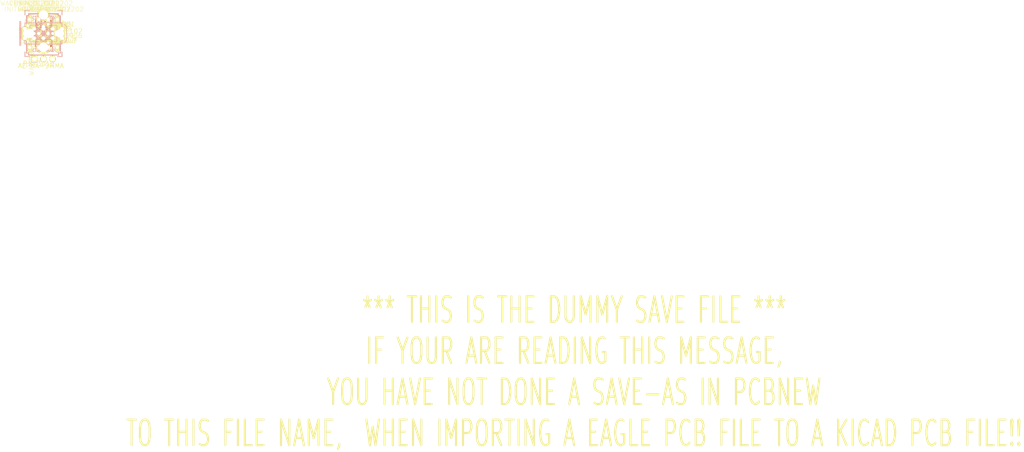
<source format=kicad_pcb>
(kicad_pcb (version 4) (host pcbnew 4.0.4-stable)
  (layers (0 F.Cu signal) (31 B.Cu signal) (34 B.Paste user) (35 F.Paste user) (36 B.SilkS user) (37 F.SilkS user) (38 B.Mask user) (39 F.Mask user) (44 Edge.Cuts user))
  (net 0 "")
  (net 1 +15V)
  (net 2 /N$51)
  (net 3 -15V)
  (net 4 /N$52)
  (net 5 /N$6)
  (net 6 /N$47)
  (net 7 /N$12)
  (net 8 /N$11)
  (net 9 /N$14)
  (net 10 /N$23)
  (net 11 /N$43)
  (net 12 /N$34)
  (net 13 GND)
  (net 14 /N$18)
  (net 15 /N$29)
  (net 16 /N$20)
  (net 17 /N$28)
  (net 18 "Net-(CONTROL_IN202-PadP$4)")
  (net 19 /N$46)
  (net 20 /N$54)
  (net 21 /N$27)
  (net 22 "Net-(FM_IN202-PadP$4)")
  (net 23 /N$24)
  (net 24 "Net-(IC2-Pad1)")
  (net 25 "Net-(IC2-Pad5)")
  (net 26 "Net-(IC2-Pad8)")
  (net 27 "Net-(IC3-Pad1)")
  (net 28 /N$13)
  (net 29 "Net-(IC3-Pad5)")
  (net 30 "Net-(IC3-Pad8)")
  (net 31 /N$19)
  (net 32 /N$21)
  (net 33 /N$22)
  (net 34 /N$17)
  (net 35 /N$31)
  (net 36 /N$32)
  (net 37 /N$33)
  (net 38 /N$36)
  (net 39 /N$9)
  (net 40 /N$7)
  (net 41 /N$25)
  (net 42 /N$26)
  (net 43 /N$5)
  (net 44 /N$49)
  (net 45 /N$42)
  (net 46 "Net-(MAIN_OUT202-PadP$4)")
  (net 47 /N$1)
  (net 48 /N$4)
  (net 49 /N$2)
  (net 50 /N$3)
  (net 51 /N$35)
  (net 52 /N$37)
  (net 53 /N$10)
  (net 54 /N$16)
  (net 55 /N$30)
  (net 56 /N$40)
  (net 57 /N$39)
  (net 58 /N$41)
  (net 59 /N$44)
  (net 60 /N$38)
  (net 61 /N$15)
  (net 62 "Net-(V/OCT202-PadP$4)")
  (net 63 "Net-(WAVESHAPE_CTRL202-PadP$4)")
  (module RESISTOR_R0805 (layer F.Cu) (at 0 0)
    (fp_text reference 0.5W202 (at 2.54 -1.905) (layer F.SilkS) (effects (font (size 1.27 1.27) (thickness 0.1016))))
    (fp_text value 33K (at 3.175 1.905) (layer F.SilkS) (effects (font (size 1.27 1.27) (thickness 0.1016))))
    (pad 1 smd rect (at -0.94996 0) (size 1.29794 1.4986) (layers F.Cu F.Paste F.Mask) (net 1 +15V))
    (pad 2 smd rect (at 0.94742 0) (size 1.29794 1.4986) (layers F.Cu F.Paste F.Mask) (net 2 /N$51))
  )
  (module RESISTOR_R0805 (layer F.Cu) (at 0 0)
    (fp_text reference 10R202 (at 2.54 -1.905) (layer F.SilkS) (effects (font (size 1.27 1.27) (thickness 0.1016))))
    (fp_text value 0.5W (at 3.175 1.905) (layer F.SilkS) (effects (font (size 1.27 1.27) (thickness 0.1016))))
    (pad 1 smd rect (at -0.94996 0) (size 1.29794 1.4986) (layers F.Cu F.Paste F.Mask) (net 3 -15V))
    (pad 2 smd rect (at 0.94742 0) (size 1.29794 1.4986) (layers F.Cu F.Paste F.Mask) (net 4 /N$52))
  )
  (module CAPACITOR-WIMA_C5B4.5 (layer F.Cu) (at 0 0)
    (fp_text reference C2 (at 0.635 -3.175) (layer F.SilkS) (effects (font (size 1.27 1.27) (thickness 0.127))))
    (fp_text value .0047uF (at 1.27 3.175) (layer F.SilkS) (effects (font (size 1.27 1.27) (thickness 0.127))))
    (pad 1 thru_hole circle (at -2.54 0) (size 1.6002 3.2004) (drill 0.8128) (layers *.Cu F.Paste F.SilkS F.Mask) (net 5 /N$6))
    (pad 2 thru_hole circle (at 2.54 0) (size 1.6002 3.2004) (drill 0.8128) (layers *.Cu F.Paste F.SilkS F.Mask) (net 6 /N$47))
  )
  (module CAPACITOR-WIMA_C2.5-3 (layer F.Cu) (at 0 0)
    (fp_text reference C3 (at 1.524 -2.413) (layer F.SilkS) (effects (font (size 1.27 1.27) (thickness 0.127))))
    (fp_text value 100pF (at 2.159 2.413) (layer F.SilkS) (effects (font (size 1.27 1.27) (thickness 0.127))))
    (pad 1 thru_hole circle (at -1.27 0) (size 1.6002 3.2004) (drill 0.8128) (layers *.Cu F.Paste F.SilkS F.Mask) (net 7 /N$12))
    (pad 2 thru_hole circle (at 1.27 0) (size 1.6002 3.2004) (drill 0.8128) (layers *.Cu F.Paste F.SilkS F.Mask) (net 8 /N$11))
  )
  (module RESISTOR_E2_5-6E (layer F.Cu) (at 0 0)
    (fp_text reference C4 (at 5.842 -2.159) (layer F.SilkS) (effects (font (size 1.27 1.27) (thickness 0.127))))
    (fp_text value 15uF (at 6.477 1.905) (layer F.SilkS) (effects (font (size 1.27 1.27) (thickness 0.127))))
    (pad + thru_hole circle (at -1.27 0) (size 1.5748 1.5748) (drill 0.8128) (layers *.Cu F.Paste F.SilkS F.Mask) (net 9 /N$14))
    (pad - thru_hole circle (at 1.27 0) (size 1.5748 3.1496) (drill 0.8128) (layers *.Cu F.Paste F.SilkS F.Mask) (net 10 /N$23))
  )
  (module CAPACITOR-WIMA_C2.5-3 (layer F.Cu) (at 0 0)
    (fp_text reference C5 (at 1.524 -2.413) (layer F.SilkS) (effects (font (size 1.27 1.27) (thickness 0.127))))
    (fp_text value 220pf (at 2.159 2.413) (layer F.SilkS) (effects (font (size 1.27 1.27) (thickness 0.127))))
    (pad 1 thru_hole circle (at -1.27 0) (size 1.6002 3.2004) (drill 0.8128) (layers *.Cu F.Paste F.SilkS F.Mask) (net 11 /N$43))
    (pad 2 thru_hole circle (at 1.27 0) (size 1.6002 3.2004) (drill 0.8128) (layers *.Cu F.Paste F.SilkS F.Mask) (net 12 /N$34))
  )
  (module RESISTOR_E2_5-6E (layer F.Cu) (at 0 0)
    (fp_text reference C6 (at 5.842 -2.159) (layer F.SilkS) (effects (font (size 1.27 1.27) (thickness 0.127))))
    (fp_text value 100uF (at 6.477 1.905) (layer F.SilkS) (effects (font (size 1.27 1.27) (thickness 0.127))))
    (pad + thru_hole circle (at -1.27 0) (size 1.5748 1.5748) (drill 0.8128) (layers *.Cu F.Paste F.SilkS F.Mask) (net 2 /N$51))
    (pad - thru_hole circle (at 1.27 0) (size 1.5748 3.1496) (drill 0.8128) (layers *.Cu F.Paste F.SilkS F.Mask) (net 13 GND))
  )
  (module RESISTOR_E2_5-6E (layer F.Cu) (at 0 0)
    (fp_text reference C7 (at 5.842 -2.159) (layer F.SilkS) (effects (font (size 1.27 1.27) (thickness 0.127))))
    (fp_text value 100uF (at 6.477 1.905) (layer F.SilkS) (effects (font (size 1.27 1.27) (thickness 0.127))))
    (pad + thru_hole circle (at -1.27 0) (size 1.5748 1.5748) (drill 0.8128) (layers *.Cu F.Paste F.SilkS F.Mask) (net 13 GND))
    (pad - thru_hole circle (at 1.27 0) (size 1.5748 3.1496) (drill 0.8128) (layers *.Cu F.Paste F.SilkS F.Mask) (net 4 /N$52))
  )
  (module TOMW_EVUF (layer F.Cu) (at 0 0)
    (fp_text reference CONTROL202 (at 0.17272 -6.63448) (layer F.SilkS) (effects (font (size 1.27 1.27) (thickness 0.1016))))
    (fp_text value ALPHA-9MMA (at -0.68834 8.8646) (layer F.SilkS) (effects (font (size 1.27 1.27) (thickness 0.1016))))
    (pad 1 thru_hole rect (at -2.49936 6.9977) (size 1.6764 1.6764) (drill 1.09982) (layers *.Cu F.Paste F.SilkS F.Mask) (net 14 /N$18))
    (pad 2 thru_hole circle (at 0 6.9977) (size 1.6764 3.3528) (drill 1.09982) (layers *.Cu F.Paste F.SilkS F.Mask) (net 15 /N$29))
    (pad 3 thru_hole circle (at 2.49936 6.9977) (size 1.6764 3.3528) (drill 1.09982) (layers *.Cu F.Paste F.SilkS F.Mask) (net 16 /N$20))
    (pad M1 thru_hole rect (at 4.49834 0) (size 2.79908 2.79908) (drill 2.09804) (layers *.Cu F.Paste F.SilkS F.Mask))
    (pad M2 thru_hole rect (at -4.49834 0) (size 2.79908 2.79908) (drill 2.09804) (layers *.Cu F.Paste F.SilkS F.Mask))
  )
  (module TOMW_PJ-301B (layer F.Cu) (at 0 0)
    (fp_text reference CONTROL_IN202 (at -1.905 -8.255) (layer F.SilkS) (effects (font (size 1.27 1.27) (thickness 0.1016))))
    (fp_text value PJ-301B (at -1.27 8.255) (layer F.SilkS) (effects (font (size 1.27 1.27) (thickness 0.1016))))
    (pad P$1 thru_hole rect (at 3.81 0) (size 2.2479 2.2479) (drill 1.4986) (layers *.Cu F.Paste F.SilkS F.Mask) (net 13 GND))
    (pad P$2 thru_hole circle (at -3.81 0) (size 3.51536 3.51536) (drill 2.49936) (layers *.Cu F.Paste F.SilkS F.Mask) (net 13 GND))
    (pad P$3 thru_hole circle (at 0 -5.08) (size 3.51536 3.51536) (drill 2.49936) (layers *.Cu F.Paste F.SilkS F.Mask) (net 17 /N$28))
    (pad P$4 thru_hole circle (at 0 3.81) (size 3.51536 3.51536) (drill 2.49936) (layers *.Cu F.Paste F.SilkS F.Mask) (net 18 "Net-(CONTROL_IN202-PadP$4)"))
  )
  (module DIODE_DO35-7 (layer F.Cu) (at 0 0)
    (fp_text reference D1 (at 0.889 -1.905) (layer F.SilkS) (effects (font (size 1.27 1.27) (thickness 0.127))))
    (fp_text value 1N4148DO35-7 (at 1.524 2.032) (layer F.SilkS) (effects (font (size 1.27 1.27) (thickness 0.127))))
    (pad A thru_hole oval (at 3.81 0 90) (size 1.3208 2.6416) (drill 0.8128) (layers *.Cu F.Paste F.SilkS F.Mask) (net 19 /N$46))
    (pad C thru_hole oval (at -3.81 0 90) (size 1.3208 2.6416) (drill 0.8128) (layers *.Cu F.Paste F.SilkS F.Mask) (net 6 /N$47))
  )
  (module DIODE_DO35-7 (layer F.Cu) (at 0 0)
    (fp_text reference D2 (at 0.889 -1.905) (layer F.SilkS) (effects (font (size 1.27 1.27) (thickness 0.127))))
    (fp_text value 1N4148DO35-7 (at 1.524 2.032) (layer F.SilkS) (effects (font (size 1.27 1.27) (thickness 0.127))))
    (pad A thru_hole oval (at 3.81 0 90) (size 1.3208 2.6416) (drill 0.8128) (layers *.Cu F.Paste F.SilkS F.Mask) (net 19 /N$46))
    (pad C thru_hole oval (at -3.81 0 90) (size 1.3208 2.6416) (drill 0.8128) (layers *.Cu F.Paste F.SilkS F.Mask) (net 13 GND))
  )
  (module TOMW_EVUF (layer F.Cu) (at 0 0)
    (fp_text reference FINE202 (at 0.17272 -6.63448) (layer F.SilkS) (effects (font (size 1.27 1.27) (thickness 0.1016))))
    (fp_text value ALPHA-9MMA (at -0.68834 8.8646) (layer F.SilkS) (effects (font (size 1.27 1.27) (thickness 0.1016))))
    (pad 1 thru_hole rect (at -2.49936 6.9977) (size 1.6764 1.6764) (drill 1.09982) (layers *.Cu F.Paste F.SilkS F.Mask) (net 13 GND))
    (pad 2 thru_hole circle (at 0 6.9977) (size 1.6764 3.3528) (drill 1.09982) (layers *.Cu F.Paste F.SilkS F.Mask) (net 13 GND))
    (pad 3 thru_hole circle (at 2.49936 6.9977) (size 1.6764 3.3528) (drill 1.09982) (layers *.Cu F.Paste F.SilkS F.Mask) (net 20 /N$54))
    (pad M1 thru_hole rect (at 4.49834 0) (size 2.79908 2.79908) (drill 2.09804) (layers *.Cu F.Paste F.SilkS F.Mask))
    (pad M2 thru_hole rect (at -4.49834 0) (size 2.79908 2.79908) (drill 2.09804) (layers *.Cu F.Paste F.SilkS F.Mask))
  )
  (module TOMW_PJ-301B (layer F.Cu) (at 0 0)
    (fp_text reference FM_IN202 (at -1.905 -8.255) (layer F.SilkS) (effects (font (size 1.27 1.27) (thickness 0.1016))))
    (fp_text value PJ-301B (at -1.27 8.255) (layer F.SilkS) (effects (font (size 1.27 1.27) (thickness 0.1016))))
    (pad P$1 thru_hole rect (at 3.81 0) (size 2.2479 2.2479) (drill 1.4986) (layers *.Cu F.Paste F.SilkS F.Mask) (net 13 GND))
    (pad P$2 thru_hole circle (at -3.81 0) (size 3.51536 3.51536) (drill 2.49936) (layers *.Cu F.Paste F.SilkS F.Mask) (net 13 GND))
    (pad P$3 thru_hole circle (at 0 -5.08) (size 3.51536 3.51536) (drill 2.49936) (layers *.Cu F.Paste F.SilkS F.Mask) (net 21 /N$27))
    (pad P$4 thru_hole circle (at 0 3.81) (size 3.51536 3.51536) (drill 2.49936) (layers *.Cu F.Paste F.SilkS F.Mask) (net 22 "Net-(FM_IN202-PadP$4)"))
  )
  (module TOMW_EVUF (layer F.Cu) (at 0 0)
    (fp_text reference FM_POT202 (at 0.17272 -6.63448) (layer F.SilkS) (effects (font (size 1.27 1.27) (thickness 0.1016))))
    (fp_text value ALPHA-9MMA (at -0.68834 8.8646) (layer F.SilkS) (effects (font (size 1.27 1.27) (thickness 0.1016))))
    (pad 1 thru_hole rect (at -2.49936 6.9977) (size 1.6764 1.6764) (drill 1.09982) (layers *.Cu F.Paste F.SilkS F.Mask) (net 13 GND))
    (pad 2 thru_hole circle (at 0 6.9977) (size 1.6764 3.3528) (drill 1.09982) (layers *.Cu F.Paste F.SilkS F.Mask) (net 10 /N$23))
    (pad 3 thru_hole circle (at 2.49936 6.9977) (size 1.6764 3.3528) (drill 1.09982) (layers *.Cu F.Paste F.SilkS F.Mask) (net 21 /N$27))
    (pad M1 thru_hole rect (at 4.49834 0) (size 2.79908 2.79908) (drill 2.09804) (layers *.Cu F.Paste F.SilkS F.Mask))
    (pad M2 thru_hole rect (at -4.49834 0) (size 2.79908 2.79908) (drill 2.09804) (layers *.Cu F.Paste F.SilkS F.Mask))
  )
  (module TOMW_EVUF (layer F.Cu) (at 0 0)
    (fp_text reference FREQUENCY202 (at 0.17272 -6.63448) (layer F.SilkS) (effects (font (size 1.27 1.27) (thickness 0.1016))))
    (fp_text value ALPHA-9MMA (at -0.68834 8.8646) (layer F.SilkS) (effects (font (size 1.27 1.27) (thickness 0.1016))))
    (pad 1 thru_hole rect (at -2.49936 6.9977) (size 1.6764 1.6764) (drill 1.09982) (layers *.Cu F.Paste F.SilkS F.Mask) (net 20 /N$54))
    (pad 2 thru_hole circle (at 0 6.9977) (size 1.6764 3.3528) (drill 1.09982) (layers *.Cu F.Paste F.SilkS F.Mask) (net 23 /N$24))
    (pad 3 thru_hole circle (at 2.49936 6.9977) (size 1.6764 3.3528) (drill 1.09982) (layers *.Cu F.Paste F.SilkS F.Mask) (net 1 +15V))
    (pad M1 thru_hole rect (at 4.49834 0) (size 2.79908 2.79908) (drill 2.09804) (layers *.Cu F.Paste F.SilkS F.Mask))
    (pad M2 thru_hole rect (at -4.49834 0) (size 2.79908 2.79908) (drill 2.09804) (layers *.Cu F.Paste F.SilkS F.Mask))
  )
  (module RCL_RTRIM64W (layer F.Cu) (at 0 0)
    (fp_text reference FREQ_TRIM202 (at -3.25374 1.77292 90) (layer F.SilkS) (effects (font (size 1.27 1.27) (thickness 0.1016))))
    (fp_text value 100K (at 3.71348 1.13792 90) (layer F.SilkS) (effects (font (size 1.27 1.27) (thickness 0.1016))))
    (pad 1 thru_hole circle (at 1.27 2.54) (size 1.1176 1.1176) (drill 0.6096) (layers *.Cu F.Paste F.SilkS F.Mask) (net 3 -15V))
    (pad 2 thru_hole circle (at 1.27 0) (size 1.1176 1.1176) (drill 0.6096) (layers *.Cu F.Paste F.SilkS F.Mask) (net 14 /N$18))
    (pad 3 thru_hole circle (at 1.27 -2.54) (size 1.1176 1.1176) (drill 0.6096) (layers *.Cu F.Paste F.SilkS F.Mask) (net 1 +15V))
  )
  (module LINEAR_SO08 (layer F.Cu) (at 0 0)
    (fp_text reference IC2 (at -3.302 -1.27 90) (layer F.SilkS) (effects (font (size 1.27 1.27) (thickness 0.1016))))
    (fp_text value TL071D (at 3.302 -1.905 90) (layer F.SilkS) (effects (font (size 1.27 1.27) (thickness 0.1016))))
    (pad 1 smd rect (at -1.905 2.59842) (size 0.59944 2.19964) (layers F.Cu F.Paste F.Mask) (net 24 "Net-(IC2-Pad1)"))
    (pad 2 smd rect (at -0.635 2.59842) (size 0.59944 2.19964) (layers F.Cu F.Paste F.Mask) (net 5 /N$6))
    (pad 3 smd rect (at 0.63246 2.59842) (size 0.59944 2.19964) (layers F.Cu F.Paste F.Mask) (net 13 GND))
    (pad 4 smd rect (at 1.90246 2.59842) (size 0.59944 2.19964) (layers F.Cu F.Paste F.Mask) (net 3 -15V))
    (pad 5 smd rect (at 1.90246 -2.59842) (size 0.59944 2.19964) (layers F.Cu F.Paste F.Mask) (net 25 "Net-(IC2-Pad5)"))
    (pad 6 smd rect (at 0.63246 -2.59842) (size 0.59944 2.19964) (layers F.Cu F.Paste F.Mask) (net 6 /N$47))
    (pad 7 smd rect (at -0.635 -2.59842) (size 0.59944 2.19964) (layers F.Cu F.Paste F.Mask) (net 1 +15V))
    (pad 8 smd rect (at -1.905 -2.59842) (size 0.59944 2.19964) (layers F.Cu F.Paste F.Mask) (net 26 "Net-(IC2-Pad8)"))
  )
  (module LINEAR_DIL08 (layer F.Cu) (at 0 0)
    (fp_text reference IC3 (at -5.969 -0.254 90) (layer F.SilkS) (effects (font (size 1.27 1.27) (thickness 0.127))))
    (fp_text value CA3140N (at 0.254 0) (layer F.SilkS) (effects (font (size 1.27 1.27) (thickness 0.127))))
    (pad 1 thru_hole circle (at -3.81 3.81) (size 1.27 1.27) (drill 0.8128) (layers *.Cu F.Paste F.SilkS F.Mask) (net 27 "Net-(IC3-Pad1)"))
    (pad 2 thru_hole circle (at -1.27 3.81) (size 1.27 1.27) (drill 0.8128) (layers *.Cu F.Paste F.SilkS F.Mask) (net 7 /N$12))
    (pad 3 thru_hole circle (at 1.27 3.81) (size 1.27 1.27) (drill 0.8128) (layers *.Cu F.Paste F.SilkS F.Mask) (net 28 /N$13))
    (pad 4 thru_hole circle (at 3.81 3.81) (size 1.27 1.27) (drill 0.8128) (layers *.Cu F.Paste F.SilkS F.Mask) (net 3 -15V))
    (pad 5 thru_hole circle (at 3.81 -3.81) (size 1.27 1.27) (drill 0.8128) (layers *.Cu F.Paste F.SilkS F.Mask) (net 29 "Net-(IC3-Pad5)"))
    (pad 6 thru_hole circle (at 1.27 -3.81) (size 1.27 1.27) (drill 0.8128) (layers *.Cu F.Paste F.SilkS F.Mask) (net 8 /N$11))
    (pad 7 thru_hole circle (at -1.27 -3.81) (size 1.27 1.27) (drill 0.8128) (layers *.Cu F.Paste F.SilkS F.Mask) (net 1 +15V))
    (pad 8 thru_hole circle (at -3.81 -3.81) (size 1.27 1.27) (drill 0.8128) (layers *.Cu F.Paste F.SilkS F.Mask) (net 30 "Net-(IC3-Pad8)"))
  )
  (module LINEAR_SO08 (layer F.Cu) (at 0 0)
    (fp_text reference IC4 (at -3.302 -1.27 90) (layer F.SilkS) (effects (font (size 1.27 1.27) (thickness 0.1016))))
    (fp_text value TL072D (at 3.302 -1.905 90) (layer F.SilkS) (effects (font (size 1.27 1.27) (thickness 0.1016))))
    (pad 1 smd rect (at -1.905 2.59842) (size 0.59944 2.19964) (layers F.Cu F.Paste F.Mask) (net 31 /N$19))
    (pad 2 smd rect (at -0.635 2.59842) (size 0.59944 2.19964) (layers F.Cu F.Paste F.Mask) (net 16 /N$20))
    (pad 3 smd rect (at 0.63246 2.59842) (size 0.59944 2.19964) (layers F.Cu F.Paste F.Mask) (net 32 /N$21))
    (pad 4 smd rect (at 1.90246 2.59842) (size 0.59944 2.19964) (layers F.Cu F.Paste F.Mask))
    (pad 5 smd rect (at 1.90246 -2.59842) (size 0.59944 2.19964) (layers F.Cu F.Paste F.Mask) (net 33 /N$22))
    (pad 6 smd rect (at 0.63246 -2.59842) (size 0.59944 2.19964) (layers F.Cu F.Paste F.Mask) (net 14 /N$18))
    (pad 7 smd rect (at -0.635 -2.59842) (size 0.59944 2.19964) (layers F.Cu F.Paste F.Mask) (net 34 /N$17))
    (pad 8 smd rect (at -1.905 -2.59842) (size 0.59944 2.19964) (layers F.Cu F.Paste F.Mask))
  )
  (module LINEAR_SO08 (layer F.Cu) (at 0 0)
    (fp_text reference IC5B1 (at -3.302 -1.27 90) (layer F.SilkS) (effects (font (size 1.27 1.27) (thickness 0.1016))))
    (fp_text value TL072D (at 3.302 -1.905 90) (layer F.SilkS) (effects (font (size 1.27 1.27) (thickness 0.1016))))
    (pad 1 smd rect (at -1.905 2.59842) (size 0.59944 2.19964) (layers F.Cu F.Paste F.Mask))
    (pad 2 smd rect (at -0.635 2.59842) (size 0.59944 2.19964) (layers F.Cu F.Paste F.Mask))
    (pad 3 smd rect (at 0.63246 2.59842) (size 0.59944 2.19964) (layers F.Cu F.Paste F.Mask))
    (pad 4 smd rect (at 1.90246 2.59842) (size 0.59944 2.19964) (layers F.Cu F.Paste F.Mask))
    (pad 5 smd rect (at 1.90246 -2.59842) (size 0.59944 2.19964) (layers F.Cu F.Paste F.Mask) (net 35 /N$31))
    (pad 6 smd rect (at 0.63246 -2.59842) (size 0.59944 2.19964) (layers F.Cu F.Paste F.Mask) (net 36 /N$32))
    (pad 7 smd rect (at -0.635 -2.59842) (size 0.59944 2.19964) (layers F.Cu F.Paste F.Mask) (net 37 /N$33))
    (pad 8 smd rect (at -1.905 -2.59842) (size 0.59944 2.19964) (layers F.Cu F.Paste F.Mask))
  )
  (module LINEAR_SO08 (layer F.Cu) (at 0 0)
    (fp_text reference IC6A1 (at -3.302 -1.27 90) (layer F.SilkS) (effects (font (size 1.27 1.27) (thickness 0.1016))))
    (fp_text value TL072D (at 3.302 -1.905 90) (layer F.SilkS) (effects (font (size 1.27 1.27) (thickness 0.1016))))
    (pad 1 smd rect (at -1.905 2.59842) (size 0.59944 2.19964) (layers F.Cu F.Paste F.Mask) (net 12 /N$34))
    (pad 2 smd rect (at -0.635 2.59842) (size 0.59944 2.19964) (layers F.Cu F.Paste F.Mask) (net 11 /N$43))
    (pad 3 smd rect (at 0.63246 2.59842) (size 0.59944 2.19964) (layers F.Cu F.Paste F.Mask) (net 38 /N$36))
    (pad 4 smd rect (at 1.90246 2.59842) (size 0.59944 2.19964) (layers F.Cu F.Paste F.Mask))
    (pad 5 smd rect (at 1.90246 -2.59842) (size 0.59944 2.19964) (layers F.Cu F.Paste F.Mask))
    (pad 6 smd rect (at 0.63246 -2.59842) (size 0.59944 2.19964) (layers F.Cu F.Paste F.Mask))
    (pad 7 smd rect (at -0.635 -2.59842) (size 0.59944 2.19964) (layers F.Cu F.Paste F.Mask))
    (pad 8 smd rect (at -1.905 -2.59842) (size 0.59944 2.19964) (layers F.Cu F.Paste F.Mask))
  )
  (module OTA_DIL08 (layer F.Cu) (at 0 0)
    (fp_text reference IC7 (at -5.969 -0.254 90) (layer F.SilkS) (effects (font (size 1.27 1.27) (thickness 0.127))))
    (fp_text value CA3080E (at 0.254 0) (layer F.SilkS) (effects (font (size 1.27 1.27) (thickness 0.127))))
    (pad 1 thru_hole oval (at -3.81 3.81 180) (size 1.3208 2.6416) (drill 0.8128) (layers *.Cu F.Paste F.SilkS F.Mask))
    (pad 2 thru_hole oval (at -1.27 3.81 180) (size 1.3208 2.6416) (drill 0.8128) (layers *.Cu F.Paste F.SilkS F.Mask) (net 39 /N$9))
    (pad 3 thru_hole oval (at 1.27 3.81 180) (size 1.3208 2.6416) (drill 0.8128) (layers *.Cu F.Paste F.SilkS F.Mask) (net 40 /N$7))
    (pad 4 thru_hole oval (at 3.81 3.81 180) (size 1.3208 2.6416) (drill 0.8128) (layers *.Cu F.Paste F.SilkS F.Mask))
    (pad 5 thru_hole oval (at 3.81 -3.81 180) (size 1.3208 2.6416) (drill 0.8128) (layers *.Cu F.Paste F.SilkS F.Mask) (net 41 /N$25))
    (pad 6 thru_hole oval (at 1.27 -3.81 180) (size 1.3208 2.6416) (drill 0.8128) (layers *.Cu F.Paste F.SilkS F.Mask) (net 5 /N$6))
    (pad 7 thru_hole oval (at -1.27 -3.81 180) (size 1.3208 2.6416) (drill 0.8128) (layers *.Cu F.Paste F.SilkS F.Mask))
    (pad 8 thru_hole oval (at -3.81 -3.81 180) (size 1.3208 2.6416) (drill 0.8128) (layers *.Cu F.Paste F.SilkS F.Mask))
  )
  (module TOMW_EVUF (layer F.Cu) (at 0 0)
    (fp_text reference INITIAL_FREQUENCY202 (at 0.17272 -6.63448) (layer F.SilkS) (effects (font (size 1.27 1.27) (thickness 0.1016))))
    (fp_text value ALPHA-9MMA (at -0.68834 8.8646) (layer F.SilkS) (effects (font (size 1.27 1.27) (thickness 0.1016))))
    (pad 1 thru_hole rect (at -2.49936 6.9977) (size 1.6764 1.6764) (drill 1.09982) (layers *.Cu F.Paste F.SilkS F.Mask) (net 3 -15V))
    (pad 2 thru_hole circle (at 0 6.9977) (size 1.6764 3.3528) (drill 1.09982) (layers *.Cu F.Paste F.SilkS F.Mask) (net 42 /N$26))
    (pad 3 thru_hole circle (at 2.49936 6.9977) (size 1.6764 3.3528) (drill 1.09982) (layers *.Cu F.Paste F.SilkS F.Mask) (net 1 +15V))
    (pad M1 thru_hole rect (at 4.49834 0) (size 2.79908 2.79908) (drill 2.09804) (layers *.Cu F.Paste F.SilkS F.Mask))
    (pad M2 thru_hole rect (at -4.49834 0) (size 2.79908 2.79908) (drill 2.09804) (layers *.Cu F.Paste F.SilkS F.Mask))
  )
  (module BT_TRANSISTOR_TO92F (layer F.Cu) (at 0 0)
    (fp_text reference J201 (at 6.35 -2.54) (layer F.SilkS) (effects (font (size 1.27 1.27) (thickness 0.127))))
    (fp_text value MPF102 (at 6.985 -0.635) (layer F.SilkS) (effects (font (size 1.27 1.27) (thickness 0.127))))
    (pad 1 thru_hole circle (at -1.27 0) (size 1.3208 2.6416) (drill 0.8128) (layers *.Cu F.Paste F.SilkS F.Mask) (net 43 /N$5))
    (pad 2 thru_hole circle (at 0 -1.905) (size 1.3208 2.6416) (drill 0.8128) (layers *.Cu F.Paste F.SilkS F.Mask) (net 44 /N$49))
    (pad 3 thru_hole circle (at 1.27 0) (size 1.3208 2.6416) (drill 0.8128) (layers *.Cu F.Paste F.SilkS F.Mask) (net 19 /N$46))
  )
  (module TOMW_PJ-301B (layer F.Cu) (at 0 0)
    (fp_text reference MAIN_OUT202 (at -1.905 -8.255) (layer F.SilkS) (effects (font (size 1.27 1.27) (thickness 0.1016))))
    (fp_text value PJ-301B (at -1.27 8.255) (layer F.SilkS) (effects (font (size 1.27 1.27) (thickness 0.1016))))
    (pad P$1 thru_hole rect (at 3.81 0) (size 2.2479 2.2479) (drill 1.4986) (layers *.Cu F.Paste F.SilkS F.Mask) (net 13 GND))
    (pad P$2 thru_hole circle (at -3.81 0) (size 3.51536 3.51536) (drill 2.49936) (layers *.Cu F.Paste F.SilkS F.Mask) (net 13 GND))
    (pad P$3 thru_hole circle (at 0 -5.08) (size 3.51536 3.51536) (drill 2.49936) (layers *.Cu F.Paste F.SilkS F.Mask) (net 45 /N$42))
    (pad P$4 thru_hole circle (at 0 3.81) (size 3.51536 3.51536) (drill 2.49936) (layers *.Cu F.Paste F.SilkS F.Mask) (net 46 "Net-(MAIN_OUT202-PadP$4)"))
  )
  (module TRANSISTOR-SMALL-SIGNAL_SOT363_PHILIPS (layer F.Cu) (at 0 0)
    (fp_text reference Q1 (at 2.07264 -2.0828) (layer F.SilkS) (effects (font (size 1.27 1.27) (thickness 0.1016))))
    (fp_text value BC847BS (at 2.70764 2.06248) (layer F.SilkS) (effects (font (size 1.27 1.27) (thickness 0.1016))))
    (pad 1 smd rect (at -0.6477 0.79756) (size 0.39878 0.79756) (layers F.Cu F.Paste F.Mask) (net 47 /N$1))
    (pad 2 smd rect (at 0 0.79756) (size 0.39878 0.79756) (layers F.Cu F.Paste F.Mask) (net 48 /N$4))
    (pad 3 smd rect (at 0.6477 0.79756) (size 0.39878 0.79756) (layers F.Cu F.Paste F.Mask) (net 1 +15V))
    (pad 4 smd rect (at 0.6477 -0.79756) (size 0.39878 0.79756) (layers F.Cu F.Paste F.Mask) (net 47 /N$1))
    (pad 5 smd rect (at 0 -0.79756) (size 0.39878 0.79756) (layers F.Cu F.Paste F.Mask) (net 6 /N$47))
    (pad 6 smd rect (at -0.6477 -0.79756) (size 0.39878 0.79756) (layers F.Cu F.Paste F.Mask) (net 49 /N$2))
  )
  (module TRANSISTOR-PNP_TO92 (layer F.Cu) (at 0 0)
    (fp_text reference Q2 (at 6.35 -1.27) (layer F.SilkS) (effects (font (size 1.27 1.27) (thickness 0.127))))
    (fp_text value 2N3906 (at 6.985 0.635) (layer F.SilkS) (effects (font (size 1.27 1.27) (thickness 0.127))))
    (fp_text user 1 (at 1.778 -0.635) (layer B.SilkS) (effects (font (size 1.27 1.27) (thickness 0.127))))
    (fp_text user 2 (at 0 -1.27) (layer B.SilkS) (effects (font (size 1.27 1.27) (thickness 0.127))))
    (fp_text user 3 (at -1.524 -0.635) (layer B.SilkS) (effects (font (size 1.27 1.27) (thickness 0.127))))
    (pad 1 thru_hole circle (at 1.27 0) (size 1.3208 2.6416) (drill 0.8128) (layers *.Cu F.Paste F.SilkS F.Mask) (net 50 /N$3))
    (pad 2 thru_hole circle (at 0 -1.905) (size 1.3208 2.6416) (drill 0.8128) (layers *.Cu F.Paste F.SilkS F.Mask) (net 49 /N$2))
    (pad 3 thru_hole circle (at -1.27 0) (size 1.3208 2.6416) (drill 0.8128) (layers *.Cu F.Paste F.SilkS F.Mask) (net 1 +15V))
  )
  (module BT_TRANSISTOR_TO92F (layer F.Cu) (at 0 0)
    (fp_text reference Q3 (at 6.35 -2.54) (layer F.SilkS) (effects (font (size 1.27 1.27) (thickness 0.127))))
    (fp_text value MPF102 (at 6.985 -0.635) (layer F.SilkS) (effects (font (size 1.27 1.27) (thickness 0.127))))
    (pad 1 thru_hole circle (at -1.27 0) (size 1.3208 2.6416) (drill 0.8128) (layers *.Cu F.Paste F.SilkS F.Mask) (net 37 /N$33))
    (pad 2 thru_hole circle (at 0 -1.905) (size 1.3208 2.6416) (drill 0.8128) (layers *.Cu F.Paste F.SilkS F.Mask) (net 51 /N$35))
    (pad 3 thru_hole circle (at 1.27 0) (size 1.3208 2.6416) (drill 0.8128) (layers *.Cu F.Paste F.SilkS F.Mask) (net 52 /N$37))
  )
  (module RESISTOR_R0805 (layer F.Cu) (at 0 0)
    (fp_text reference R1 (at 2.54 -1.905) (layer F.SilkS) (effects (font (size 1.27 1.27) (thickness 0.1016))))
    (fp_text value 15K (at 3.175 1.905) (layer F.SilkS) (effects (font (size 1.27 1.27) (thickness 0.1016))))
    (pad 1 smd rect (at -0.94996 0) (size 1.29794 1.4986) (layers F.Cu F.Paste F.Mask) (net 47 /N$1))
    (pad 2 smd rect (at 0.94742 0) (size 1.29794 1.4986) (layers F.Cu F.Paste F.Mask) (net 3 -15V))
  )
  (module RESISTOR_R0805 (layer F.Cu) (at 0 0)
    (fp_text reference R2 (at 2.54 -1.905) (layer F.SilkS) (effects (font (size 1.27 1.27) (thickness 0.1016))))
    (fp_text value 6K81 (at 3.175 1.905) (layer F.SilkS) (effects (font (size 1.27 1.27) (thickness 0.1016))))
    (pad 1 smd rect (at -0.94996 0) (size 1.29794 1.4986) (layers F.Cu F.Paste F.Mask) (net 50 /N$3))
    (pad 2 smd rect (at 0.94742 0) (size 1.29794 1.4986) (layers F.Cu F.Paste F.Mask) (net 48 /N$4))
  )
  (module RESISTOR_R0805 (layer F.Cu) (at 0 0)
    (fp_text reference R3 (at 2.54 -1.905) (layer F.SilkS) (effects (font (size 1.27 1.27) (thickness 0.1016))))
    (fp_text value 15K (at 3.175 1.905) (layer F.SilkS) (effects (font (size 1.27 1.27) (thickness 0.1016))))
    (pad 1 smd rect (at -0.94996 0) (size 1.29794 1.4986) (layers F.Cu F.Paste F.Mask) (net 48 /N$4))
    (pad 2 smd rect (at 0.94742 0) (size 1.29794 1.4986) (layers F.Cu F.Paste F.Mask) (net 3 -15V))
  )
  (module RESISTOR_R0805 (layer F.Cu) (at 0 0)
    (fp_text reference R4 (at 2.54 -1.905) (layer F.SilkS) (effects (font (size 1.27 1.27) (thickness 0.1016))))
    (fp_text value 2K49 (at 3.175 1.905) (layer F.SilkS) (effects (font (size 1.27 1.27) (thickness 0.1016))))
    (pad 1 smd rect (at -0.94996 0) (size 1.29794 1.4986) (layers F.Cu F.Paste F.Mask) (net 48 /N$4))
    (pad 2 smd rect (at 0.94742 0) (size 1.29794 1.4986) (layers F.Cu F.Paste F.Mask) (net 13 GND))
  )
  (module RESISTOR_R0805 (layer F.Cu) (at 0 0)
    (fp_text reference R5 (at 2.54 -1.905) (layer F.SilkS) (effects (font (size 1.27 1.27) (thickness 0.1016))))
    (fp_text value 4K99 (at 3.175 1.905) (layer F.SilkS) (effects (font (size 1.27 1.27) (thickness 0.1016))))
    (pad 1 smd rect (at -0.94996 0) (size 1.29794 1.4986) (layers F.Cu F.Paste F.Mask) (net 40 /N$7))
    (pad 2 smd rect (at 0.94742 0) (size 1.29794 1.4986) (layers F.Cu F.Paste F.Mask) (net 13 GND))
  )
  (module RESISTOR_R0805 (layer F.Cu) (at 0 0)
    (fp_text reference R6 (at 2.54 -1.905) (layer F.SilkS) (effects (font (size 1.27 1.27) (thickness 0.1016))))
    (fp_text value 3K3 (at 3.175 1.905) (layer F.SilkS) (effects (font (size 1.27 1.27) (thickness 0.1016))))
    (pad 1 smd rect (at -0.94996 0) (size 1.29794 1.4986) (layers F.Cu F.Paste F.Mask) (net 1 +15V))
    (pad 2 smd rect (at 0.94742 0) (size 1.29794 1.4986) (layers F.Cu F.Paste F.Mask) (net 49 /N$2))
  )
  (module RESISTOR_R0805 (layer F.Cu) (at 0 0)
    (fp_text reference R7 (at 2.54 -1.905) (layer F.SilkS) (effects (font (size 1.27 1.27) (thickness 0.1016))))
    (fp_text value 33K (at 3.175 1.905) (layer F.SilkS) (effects (font (size 1.27 1.27) (thickness 0.1016))))
    (pad 1 smd rect (at -0.94996 0) (size 1.29794 1.4986) (layers F.Cu F.Paste F.Mask) (net 40 /N$7))
    (pad 2 smd rect (at 0.94742 0) (size 1.29794 1.4986) (layers F.Cu F.Paste F.Mask) (net 1 +15V))
  )
  (module RESISTOR_R0805 (layer F.Cu) (at 0 0)
    (fp_text reference R8 (at 2.54 -1.905) (layer F.SilkS) (effects (font (size 1.27 1.27) (thickness 0.1016))))
    (fp_text value 68K (at 3.175 1.905) (layer F.SilkS) (effects (font (size 1.27 1.27) (thickness 0.1016))))
    (pad 1 smd rect (at -0.94996 0) (size 1.29794 1.4986) (layers F.Cu F.Paste F.Mask) (net 39 /N$9))
    (pad 2 smd rect (at 0.94742 0) (size 1.29794 1.4986) (layers F.Cu F.Paste F.Mask) (net 50 /N$3))
  )
  (module RESISTOR_R0805 (layer F.Cu) (at 0 0)
    (fp_text reference R9 (at 2.54 -1.905) (layer F.SilkS) (effects (font (size 1.27 1.27) (thickness 0.1016))))
    (fp_text value 15K (at 3.175 1.905) (layer F.SilkS) (effects (font (size 1.27 1.27) (thickness 0.1016))))
    (pad 1 smd rect (at -0.94996 0) (size 1.29794 1.4986) (layers F.Cu F.Paste F.Mask) (net 39 /N$9))
    (pad 2 smd rect (at 0.94742 0) (size 1.29794 1.4986) (layers F.Cu F.Paste F.Mask) (net 13 GND))
  )
  (module RESISTOR_R0805 (layer F.Cu) (at 0 0)
    (fp_text reference R10 (at 2.54 -1.905) (layer F.SilkS) (effects (font (size 1.27 1.27) (thickness 0.1016))))
    (fp_text value 10K (at 3.175 1.905) (layer F.SilkS) (effects (font (size 1.27 1.27) (thickness 0.1016))))
    (pad 1 smd rect (at -0.94996 0) (size 1.29794 1.4986) (layers F.Cu F.Paste F.Mask) (net 8 /N$11))
    (pad 2 smd rect (at 0.94742 0) (size 1.29794 1.4986) (layers F.Cu F.Paste F.Mask) (net 53 /N$10))
  )
  (module RESISTOR_R0805 (layer F.Cu) (at 0 0)
    (fp_text reference R11 (at 2.54 -1.905) (layer F.SilkS) (effects (font (size 1.27 1.27) (thickness 0.1016))))
    (fp_text value 390K (at 3.175 1.905) (layer F.SilkS) (effects (font (size 1.27 1.27) (thickness 0.1016))))
    (pad 1 smd rect (at -0.94996 0) (size 1.29794 1.4986) (layers F.Cu F.Paste F.Mask) (net 28 /N$13))
    (pad 2 smd rect (at 0.94742 0) (size 1.29794 1.4986) (layers F.Cu F.Paste F.Mask) (net 13 GND))
  )
  (module RESISTOR_R0805 (layer F.Cu) (at 0 0)
    (fp_text reference R12 (at 2.54 -1.905) (layer F.SilkS) (effects (font (size 1.27 1.27) (thickness 0.1016))))
    (fp_text value 10K (at 3.175 1.905) (layer F.SilkS) (effects (font (size 1.27 1.27) (thickness 0.1016))))
    (pad 1 smd rect (at -0.94996 0) (size 1.29794 1.4986) (layers F.Cu F.Paste F.Mask) (net 9 /N$14))
    (pad 2 smd rect (at 0.94742 0) (size 1.29794 1.4986) (layers F.Cu F.Paste F.Mask) (net 7 /N$12))
  )
  (module RESISTOR_R0805 (layer F.Cu) (at 0 0)
    (fp_text reference R13 (at 2.54 -1.905) (layer F.SilkS) (effects (font (size 1.27 1.27) (thickness 0.1016))))
    (fp_text value 1M5 (at 3.175 1.905) (layer F.SilkS) (effects (font (size 1.27 1.27) (thickness 0.1016))))
    (pad 1 smd rect (at -0.94996 0) (size 1.29794 1.4986) (layers F.Cu F.Paste F.Mask) (net 7 /N$12))
    (pad 2 smd rect (at 0.94742 0) (size 1.29794 1.4986) (layers F.Cu F.Paste F.Mask) (net 3 -15V))
  )
  (module RESISTOR_R0805 (layer F.Cu) (at 0 0)
    (fp_text reference R14 (at 2.54 -1.905) (layer F.SilkS) (effects (font (size 1.27 1.27) (thickness 0.1016))))
    (fp_text value 10k (at 3.175 1.905) (layer F.SilkS) (effects (font (size 1.27 1.27) (thickness 0.1016))))
    (pad 1 smd rect (at -0.94996 0) (size 1.29794 1.4986) (layers F.Cu F.Paste F.Mask) (net 13 GND))
    (pad 2 smd rect (at 0.94742 0) (size 1.29794 1.4986) (layers F.Cu F.Paste F.Mask) (net 35 /N$31))
  )
  (module RESISTOR_R0805 (layer F.Cu) (at 0 0)
    (fp_text reference R15 (at 2.54 -1.905) (layer F.SilkS) (effects (font (size 1.27 1.27) (thickness 0.1016))))
    (fp_text value 390R (at 3.175 1.905) (layer F.SilkS) (effects (font (size 1.27 1.27) (thickness 0.1016))))
    (pad 1 smd rect (at -0.94996 0) (size 1.29794 1.4986) (layers F.Cu F.Paste F.Mask) (net 54 /N$16))
    (pad 2 smd rect (at 0.94742 0) (size 1.29794 1.4986) (layers F.Cu F.Paste F.Mask) (net 13 GND))
  )
  (module RESISTOR_R0805 (layer F.Cu) (at 0 0)
    (fp_text reference R16 (at 2.54 -1.905) (layer F.SilkS) (effects (font (size 1.27 1.27) (thickness 0.1016))))
    (fp_text value 100K (at 3.175 1.905) (layer F.SilkS) (effects (font (size 1.27 1.27) (thickness 0.1016))))
    (pad 1 smd rect (at -0.94996 0) (size 1.29794 1.4986) (layers F.Cu F.Paste F.Mask) (net 23 /N$24))
    (pad 2 smd rect (at 0.94742 0) (size 1.29794 1.4986) (layers F.Cu F.Paste F.Mask) (net 14 /N$18))
  )
  (module RESISTOR_R0805 (layer F.Cu) (at 0 0)
    (fp_text reference R17 (at 2.54 -1.905) (layer F.SilkS) (effects (font (size 1.27 1.27) (thickness 0.1016))))
    (fp_text value 100K (at 3.175 1.905) (layer F.SilkS) (effects (font (size 1.27 1.27) (thickness 0.1016))))
    (pad 1 smd rect (at -0.94996 0) (size 1.29794 1.4986) (layers F.Cu F.Paste F.Mask) (net 14 /N$18))
    (pad 2 smd rect (at 0.94742 0) (size 1.29794 1.4986) (layers F.Cu F.Paste F.Mask) (net 31 /N$19))
  )
  (module RESISTOR_R0805 (layer F.Cu) (at 0 0)
    (fp_text reference R18 (at 2.54 -1.905) (layer F.SilkS) (effects (font (size 1.27 1.27) (thickness 0.1016))))
    (fp_text value 100K (at 3.175 1.905) (layer F.SilkS) (effects (font (size 1.27 1.27) (thickness 0.1016))))
    (pad 1 smd rect (at -0.94996 0) (size 1.29794 1.4986) (layers F.Cu F.Paste F.Mask) (net 16 /N$20))
    (pad 2 smd rect (at 0.94742 0) (size 1.29794 1.4986) (layers F.Cu F.Paste F.Mask) (net 31 /N$19))
  )
  (module RESISTOR_R0805 (layer F.Cu) (at 0 0)
    (fp_text reference R19 (at 2.54 -1.905) (layer F.SilkS) (effects (font (size 1.27 1.27) (thickness 0.1016))))
    (fp_text value 10K (at 3.175 1.905) (layer F.SilkS) (effects (font (size 1.27 1.27) (thickness 0.1016))))
    (pad 1 smd rect (at -0.94996 0) (size 1.29794 1.4986) (layers F.Cu F.Paste F.Mask) (net 13 GND))
    (pad 2 smd rect (at 0.94742 0) (size 1.29794 1.4986) (layers F.Cu F.Paste F.Mask) (net 32 /N$21))
  )
  (module RESISTOR_R0805 (layer F.Cu) (at 0 0)
    (fp_text reference R20 (at 2.54 -1.905) (layer F.SilkS) (effects (font (size 1.27 1.27) (thickness 0.1016))))
    (fp_text value 1K8 (at 3.175 1.905) (layer F.SilkS) (effects (font (size 1.27 1.27) (thickness 0.1016))))
    (pad 1 smd rect (at -0.94996 0) (size 1.29794 1.4986) (layers F.Cu F.Paste F.Mask) (net 13 GND))
    (pad 2 smd rect (at 0.94742 0) (size 1.29794 1.4986) (layers F.Cu F.Paste F.Mask) (net 33 /N$22))
  )
  (module RESISTOR_R0805 (layer F.Cu) (at 0 0)
    (fp_text reference R21 (at 2.54 -1.905) (layer F.SilkS) (effects (font (size 1.27 1.27) (thickness 0.1016))))
    (fp_text value 100K (at 3.175 1.905) (layer F.SilkS) (effects (font (size 1.27 1.27) (thickness 0.1016))))
    (pad 1 smd rect (at -0.94996 0) (size 1.29794 1.4986) (layers F.Cu F.Paste F.Mask) (net 42 /N$26))
    (pad 2 smd rect (at 0.94742 0) (size 1.29794 1.4986) (layers F.Cu F.Paste F.Mask) (net 14 /N$18))
  )
  (module RESISTOR_R0805 (layer F.Cu) (at 0 0)
    (fp_text reference R22 (at 2.54 -1.905) (layer F.SilkS) (effects (font (size 1.27 1.27) (thickness 0.1016))))
    (fp_text value 180K (at 3.175 1.905) (layer F.SilkS) (effects (font (size 1.27 1.27) (thickness 0.1016))))
    (pad 1 smd rect (at -0.94996 0) (size 1.29794 1.4986) (layers F.Cu F.Paste F.Mask) (net 17 /N$28))
    (pad 2 smd rect (at 0.94742 0) (size 1.29794 1.4986) (layers F.Cu F.Paste F.Mask) (net 15 /N$29))
  )
  (module RESISTOR_R0805 (layer F.Cu) (at 0 0)
    (fp_text reference R23 (at 2.54 -1.905) (layer F.SilkS) (effects (font (size 1.27 1.27) (thickness 0.1016))))
    (fp_text value 100k (at 3.175 1.905) (layer F.SilkS) (effects (font (size 1.27 1.27) (thickness 0.1016))))
    (pad 1 smd rect (at -0.94996 0) (size 1.29794 1.4986) (layers F.Cu F.Paste F.Mask) (net 55 /N$30))
    (pad 2 smd rect (at 0.94742 0) (size 1.29794 1.4986) (layers F.Cu F.Paste F.Mask) (net 14 /N$18))
  )
  (module RESISTOR_R0805 (layer F.Cu) (at 0 0)
    (fp_text reference R24 (at 2.54 -1.905) (layer F.SilkS) (effects (font (size 1.27 1.27) (thickness 0.1016))))
    (fp_text value 68k (at 3.175 1.905) (layer F.SilkS) (effects (font (size 1.27 1.27) (thickness 0.1016))))
    (pad 1 smd rect (at -0.94996 0) (size 1.29794 1.4986) (layers F.Cu F.Paste F.Mask) (net 36 /N$32))
    (pad 2 smd rect (at 0.94742 0) (size 1.29794 1.4986) (layers F.Cu F.Paste F.Mask) (net 37 /N$33))
  )
  (module RESISTOR_R0805 (layer F.Cu) (at 0 0)
    (fp_text reference R25 (at 2.54 -1.905) (layer F.SilkS) (effects (font (size 1.27 1.27) (thickness 0.1016))))
    (fp_text value 680R (at 3.175 1.905) (layer F.SilkS) (effects (font (size 1.27 1.27) (thickness 0.1016))))
    (pad 1 smd rect (at -0.94996 0) (size 1.29794 1.4986) (layers F.Cu F.Paste F.Mask) (net 51 /N$35))
    (pad 2 smd rect (at 0.94742 0) (size 1.29794 1.4986) (layers F.Cu F.Paste F.Mask) (net 38 /N$36))
  )
  (module RESISTOR_R0805 (layer F.Cu) (at 0 0)
    (fp_text reference R26 (at 2.54 -1.905) (layer F.SilkS) (effects (font (size 1.27 1.27) (thickness 0.1016))))
    (fp_text value 330k (at 3.175 1.905) (layer F.SilkS) (effects (font (size 1.27 1.27) (thickness 0.1016))))
    (pad 1 smd rect (at -0.94996 0) (size 1.29794 1.4986) (layers F.Cu F.Paste F.Mask) (net 56 /N$40))
    (pad 2 smd rect (at 0.94742 0) (size 1.29794 1.4986) (layers F.Cu F.Paste F.Mask) (net 3 -15V))
  )
  (module RESISTOR_R0805 (layer F.Cu) (at 0 0)
    (fp_text reference R27 (at 2.54 -1.905) (layer F.SilkS) (effects (font (size 1.27 1.27) (thickness 0.1016))))
    (fp_text value 680k (at 3.175 1.905) (layer F.SilkS) (effects (font (size 1.27 1.27) (thickness 0.1016))))
    (pad 1 smd rect (at -0.94996 0) (size 1.29794 1.4986) (layers F.Cu F.Paste F.Mask) (net 57 /N$39))
    (pad 2 smd rect (at 0.94742 0) (size 1.29794 1.4986) (layers F.Cu F.Paste F.Mask) (net 56 /N$40))
  )
  (module RESISTOR_R0805 (layer F.Cu) (at 0 0)
    (fp_text reference R28 (at 2.54 -1.905) (layer F.SilkS) (effects (font (size 1.27 1.27) (thickness 0.1016))))
    (fp_text value 150k (at 3.175 1.905) (layer F.SilkS) (effects (font (size 1.27 1.27) (thickness 0.1016))))
    (pad 1 smd rect (at -0.94996 0) (size 1.29794 1.4986) (layers F.Cu F.Paste F.Mask) (net 57 /N$39))
    (pad 2 smd rect (at 0.94742 0) (size 1.29794 1.4986) (layers F.Cu F.Paste F.Mask) (net 13 GND))
  )
  (module RESISTOR_R0805 (layer F.Cu) (at 0 0)
    (fp_text reference R29 (at 2.54 -1.905) (layer F.SilkS) (effects (font (size 1.27 1.27) (thickness 0.1016))))
    (fp_text value 680k (at 3.175 1.905) (layer F.SilkS) (effects (font (size 1.27 1.27) (thickness 0.1016))))
    (pad 1 smd rect (at -0.94996 0) (size 1.29794 1.4986) (layers F.Cu F.Paste F.Mask) (net 58 /N$41))
    (pad 2 smd rect (at 0.94742 0) (size 1.29794 1.4986) (layers F.Cu F.Paste F.Mask) (net 56 /N$40))
  )
  (module RESISTOR_R0805 (layer F.Cu) (at 0 0)
    (fp_text reference R30 (at 2.54 -1.905) (layer F.SilkS) (effects (font (size 1.27 1.27) (thickness 0.1016))))
    (fp_text value 820k (at 3.175 1.905) (layer F.SilkS) (effects (font (size 1.27 1.27) (thickness 0.1016))))
    (pad 1 smd rect (at -0.94996 0) (size 1.29794 1.4986) (layers F.Cu F.Paste F.Mask) (net 13 GND))
    (pad 2 smd rect (at 0.94742 0) (size 1.29794 1.4986) (layers F.Cu F.Paste F.Mask) (net 56 /N$40))
  )
  (module RESISTOR_R0805 (layer F.Cu) (at 0 0)
    (fp_text reference R31 (at 2.54 -1.905) (layer F.SilkS) (effects (font (size 1.27 1.27) (thickness 0.1016))))
    (fp_text value 680R (at 3.175 1.905) (layer F.SilkS) (effects (font (size 1.27 1.27) (thickness 0.1016))))
    (pad 1 smd rect (at -0.94996 0) (size 1.29794 1.4986) (layers F.Cu F.Paste F.Mask) (net 45 /N$42))
    (pad 2 smd rect (at 0.94742 0) (size 1.29794 1.4986) (layers F.Cu F.Paste F.Mask) (net 12 /N$34))
  )
  (module RESISTOR_R0805 (layer F.Cu) (at 0 0)
    (fp_text reference R32 (at 2.54 -1.905) (layer F.SilkS) (effects (font (size 1.27 1.27) (thickness 0.1016))))
    (fp_text value 15k (at 3.175 1.905) (layer F.SilkS) (effects (font (size 1.27 1.27) (thickness 0.1016))))
    (pad 1 smd rect (at -0.94996 0) (size 1.29794 1.4986) (layers F.Cu F.Paste F.Mask) (net 12 /N$34))
    (pad 2 smd rect (at 0.94742 0) (size 1.29794 1.4986) (layers F.Cu F.Paste F.Mask) (net 11 /N$43))
  )
  (module RESISTOR_R0805 (layer F.Cu) (at 0 0)
    (fp_text reference R33 (at 2.54 -1.905) (layer F.SilkS) (effects (font (size 1.27 1.27) (thickness 0.1016))))
    (fp_text value 6k8 (at 3.175 1.905) (layer F.SilkS) (effects (font (size 1.27 1.27) (thickness 0.1016))))
    (pad 1 smd rect (at -0.94996 0) (size 1.29794 1.4986) (layers F.Cu F.Paste F.Mask) (net 6 /N$47))
    (pad 2 smd rect (at 0.94742 0) (size 1.29794 1.4986) (layers F.Cu F.Paste F.Mask) (net 59 /N$44))
  )
  (module RESISTOR_R0805 (layer F.Cu) (at 0 0)
    (fp_text reference R34 (at 2.54 -1.905) (layer F.SilkS) (effects (font (size 1.27 1.27) (thickness 0.1016))))
    (fp_text value 6k8 (at 3.175 1.905) (layer F.SilkS) (effects (font (size 1.27 1.27) (thickness 0.1016))))
    (pad 1 smd rect (at -0.94996 0) (size 1.29794 1.4986) (layers F.Cu F.Paste F.Mask) (net 59 /N$44))
    (pad 2 smd rect (at 0.94742 0) (size 1.29794 1.4986) (layers F.Cu F.Paste F.Mask) (net 13 GND))
  )
  (module RESISTOR_R0805 (layer F.Cu) (at 0 0)
    (fp_text reference R35 (at 2.54 -1.905) (layer F.SilkS) (effects (font (size 1.27 1.27) (thickness 0.1016))))
    (fp_text value 3k3 (at 3.175 1.905) (layer F.SilkS) (effects (font (size 1.27 1.27) (thickness 0.1016))))
    (pad 1 smd rect (at -0.94996 0) (size 1.29794 1.4986) (layers F.Cu F.Paste F.Mask) (net 11 /N$43))
    (pad 2 smd rect (at 0.94742 0) (size 1.29794 1.4986) (layers F.Cu F.Paste F.Mask) (net 13 GND))
  )
  (module RESISTOR_R0805 (layer F.Cu) (at 0 0)
    (fp_text reference R36 (at 2.54 -1.905) (layer F.SilkS) (effects (font (size 1.27 1.27) (thickness 0.1016))))
    (fp_text value 680R (at 3.175 1.905) (layer F.SilkS) (effects (font (size 1.27 1.27) (thickness 0.1016))))
    (pad 1 smd rect (at -0.94996 0) (size 1.29794 1.4986) (layers F.Cu F.Paste F.Mask) (net 43 /N$5))
    (pad 2 smd rect (at 0.94742 0) (size 1.29794 1.4986) (layers F.Cu F.Paste F.Mask) (net 6 /N$47))
  )
  (module RESISTOR_R0805 (layer F.Cu) (at 0 0)
    (fp_text reference R37 (at 2.54 -1.905) (layer F.SilkS) (effects (font (size 1.27 1.27) (thickness 0.1016))))
    (fp_text value 680R (at 3.175 1.905) (layer F.SilkS) (effects (font (size 1.27 1.27) (thickness 0.1016))))
    (pad 1 smd rect (at -0.94996 0) (size 1.29794 1.4986) (layers F.Cu F.Paste F.Mask) (net 44 /N$49))
    (pad 2 smd rect (at 0.94742 0) (size 1.29794 1.4986) (layers F.Cu F.Paste F.Mask) (net 13 GND))
  )
  (module RESISTOR_R0805 (layer F.Cu) (at 0 0)
    (fp_text reference R38 (at 2.54 -1.905) (layer F.SilkS) (effects (font (size 1.27 1.27) (thickness 0.1016))))
    (fp_text value 330K (at 3.175 1.905) (layer F.SilkS) (effects (font (size 1.27 1.27) (thickness 0.1016))))
    (pad 1 smd rect (at -0.94996 0) (size 1.29794 1.4986) (layers F.Cu F.Paste F.Mask) (net 19 /N$46))
    (pad 2 smd rect (at 0.94742 0) (size 1.29794 1.4986) (layers F.Cu F.Paste F.Mask) (net 6 /N$47))
  )
  (module RESISTOR_R0805 (layer F.Cu) (at 0 0)
    (fp_text reference R39 (at 2.54 -1.905) (layer F.SilkS) (effects (font (size 1.27 1.27) (thickness 0.1016))))
    (fp_text value 330K (at 3.175 1.905) (layer F.SilkS) (effects (font (size 1.27 1.27) (thickness 0.1016))))
    (pad 1 smd rect (at -0.94996 0) (size 1.29794 1.4986) (layers F.Cu F.Paste F.Mask) (net 19 /N$46))
    (pad 2 smd rect (at 0.94742 0) (size 1.29794 1.4986) (layers F.Cu F.Paste F.Mask) (net 13 GND))
  )
  (module RESISTOR_R0805 (layer F.Cu) (at 0 0)
    (fp_text reference SIN/SQ1 (at 2.54 -1.905) (layer F.SilkS) (effects (font (size 1.27 1.27) (thickness 0.1016))))
    (fp_text value 0 (at 3.175 1.905) (layer F.SilkS) (effects (font (size 1.27 1.27) (thickness 0.1016))))
    (pad 1 smd rect (at -0.94996 0) (size 1.29794 1.4986) (layers F.Cu F.Paste F.Mask) (net 36 /N$32))
    (pad 2 smd rect (at 0.94742 0) (size 1.29794 1.4986) (layers F.Cu F.Paste F.Mask) (net 47 /N$1))
  )
  (module RESISTOR_R0805 (layer F.Cu) (at 0 0)
    (fp_text reference SIN/SQ2 (at 2.54 -1.905) (layer F.SilkS) (effects (font (size 1.27 1.27) (thickness 0.1016))))
    (fp_text value 0 (at 3.175 1.905) (layer F.SilkS) (effects (font (size 1.27 1.27) (thickness 0.1016))))
    (pad 1 smd rect (at -0.94996 0) (size 1.29794 1.4986) (layers F.Cu F.Paste F.Mask) (net 36 /N$32))
    (pad 2 smd rect (at 0.94742 0) (size 1.29794 1.4986) (layers F.Cu F.Paste F.Mask) (net 48 /N$4))
  )
  (module RESISTOR_R0805 (layer F.Cu) (at 0 0)
    (fp_text reference SIN/SQ3 (at 2.54 -1.905) (layer F.SilkS) (effects (font (size 1.27 1.27) (thickness 0.1016))))
    (fp_text value 0 (at 3.175 1.905) (layer F.SilkS) (effects (font (size 1.27 1.27) (thickness 0.1016))))
    (pad 1 smd rect (at -0.94996 0) (size 1.29794 1.4986) (layers F.Cu F.Paste F.Mask) (net 60 /N$38))
    (pad 2 smd rect (at 0.94742 0) (size 1.29794 1.4986) (layers F.Cu F.Paste F.Mask) (net 13 GND))
  )
  (module RESISTOR_R0805 (layer F.Cu) (at 0 0)
    (fp_text reference SIN/SQ4 (at 2.54 -1.905) (layer F.SilkS) (effects (font (size 1.27 1.27) (thickness 0.1016))))
    (fp_text value 0 (at 3.175 1.905) (layer F.SilkS) (effects (font (size 1.27 1.27) (thickness 0.1016))))
    (pad 1 smd rect (at -0.94996 0) (size 1.29794 1.4986) (layers F.Cu F.Paste F.Mask) (net 37 /N$33))
    (pad 2 smd rect (at 0.94742 0) (size 1.29794 1.4986) (layers F.Cu F.Paste F.Mask) (net 60 /N$38))
  )
  (module RESISTOR_R0805 (layer F.Cu) (at 0 0)
    (fp_text reference SIN/SQ5 (at 2.54 -1.905) (layer F.SilkS) (effects (font (size 1.27 1.27) (thickness 0.1016))))
    (fp_text value 0 (at 3.175 1.905) (layer F.SilkS) (effects (font (size 1.27 1.27) (thickness 0.1016))))
    (pad 1 smd rect (at -0.94996 0) (size 1.29794 1.4986) (layers F.Cu F.Paste F.Mask) (net 38 /N$36))
    (pad 2 smd rect (at 0.94742 0) (size 1.29794 1.4986) (layers F.Cu F.Paste F.Mask) (net 44 /N$49))
  )
  (module RCL_RTRIM64W (layer F.Cu) (at 0 0)
    (fp_text reference SINE_TRIM202 (at -3.25374 1.77292 90) (layer F.SilkS) (effects (font (size 1.27 1.27) (thickness 0.1016))))
    (fp_text value 20k (at 3.71348 1.13792 90) (layer F.SilkS) (effects (font (size 1.27 1.27) (thickness 0.1016))))
    (pad 1 thru_hole circle (at 1.27 2.54) (size 1.1176 1.1176) (drill 0.6096) (layers *.Cu F.Paste F.SilkS F.Mask) (net 11 /N$43))
    (pad 2 thru_hole circle (at 1.27 0) (size 1.1176 1.1176) (drill 0.6096) (layers *.Cu F.Paste F.SilkS F.Mask) (net 59 /N$44))
    (pad 3 thru_hole circle (at 1.27 -2.54) (size 1.1176 1.1176) (drill 0.6096) (layers *.Cu F.Paste F.SilkS F.Mask) (net 59 /N$44))
  )
  (module TOMW_MA05-2 (layer F.Cu) (at 0 0)
    (fp_text reference SV1 (at 0 0) (layer F.SilkS))
    (fp_text value ~ (at 0 0) (layer F.SilkS))
    (fp_text user GND (at 0.00762 -3.683 90) (layer F.SilkS) (effects (font (size 0.762 0.762) (thickness 0.127))))
    (fp_text user GND (at 2.52984 -3.65506 90) (layer F.SilkS) (effects (font (size 0.762 0.762) (thickness 0.127))))
    (fp_text user + (at 5.30352 -3.13436) (layer F.SilkS) (effects (font (thickness 0.2286))))
    (fp_text user - (at -5.08 -3.302 90) (layer F.SilkS) (effects (font (thickness 0.2286))))
    (pad 1 thru_hole circle (at -5.08 1.27) (size 1.524 3.048) (drill 1.016) (layers *.Cu F.Paste F.SilkS F.Mask) (net 3 -15V))
    (pad 2 thru_hole circle (at -5.08 -1.27) (size 1.524 3.048) (drill 1.016) (layers *.Cu F.Paste F.SilkS F.Mask) (net 4 /N$52))
    (pad 3 thru_hole circle (at -2.54 1.27) (size 1.524 3.048) (drill 1.016) (layers *.Cu F.Paste F.SilkS F.Mask) (net 13 GND))
    (pad 4 thru_hole circle (at -2.54 -1.27) (size 1.524 3.048) (drill 1.016) (layers *.Cu F.Paste F.SilkS F.Mask) (net 13 GND))
    (pad 5 thru_hole circle (at 0 1.27) (size 1.524 3.048) (drill 1.016) (layers *.Cu F.Paste F.SilkS F.Mask) (net 13 GND))
    (pad 6 thru_hole circle (at 0 -1.27) (size 1.524 3.048) (drill 1.016) (layers *.Cu F.Paste F.SilkS F.Mask) (net 13 GND))
    (pad 7 thru_hole circle (at 2.54 1.27) (size 1.524 3.048) (drill 1.016) (layers *.Cu F.Paste F.SilkS F.Mask) (net 13 GND))
    (pad 8 thru_hole circle (at 2.54 -1.27) (size 1.524 3.048) (drill 1.016) (layers *.Cu F.Paste F.SilkS F.Mask) (net 13 GND))
    (pad 9 thru_hole circle (at 5.08 1.27) (size 1.524 3.048) (drill 1.016) (layers *.Cu F.Paste F.SilkS F.Mask) (net 1 +15V))
    (pad 10 thru_hole circle (at 5.08 -1.27) (size 1.524 3.048) (drill 1.016) (layers *.Cu F.Paste F.SilkS F.Mask) (net 2 /N$51))
  )
  (module NXP_60_SOT363 (layer F.Cu) (at 0 0)
    (fp_text reference T1 (at 4.49834 -0.99822) (layer F.SilkS) (effects (font (size 0.99822 0.99822) (thickness 0.0762))))
    (fp_text value BC857BS (at 4.99872 0.49784) (layer F.SilkS) (effects (font (size 0.99822 0.99822) (thickness 0.0762))))
    (pad 1 smd rect (at -0.7493 0.89916) (size 0.59944 0.59944) (layers F.Cu F.Paste F.Mask) (net 53 /N$10))
    (pad 2 smd rect (at 0 0.89916) (size 0.39878 0.59944) (layers F.Cu F.Paste F.Mask) (net 13 GND))
    (pad 3 smd rect (at 0.7493 0.89916) (size 0.59944 0.59944) (layers F.Cu F.Paste F.Mask) (net 41 /N$25))
    (pad 4 smd rect (at 0.7493 -0.89916) (size 0.59944 0.59944) (layers F.Cu F.Paste F.Mask) (net 53 /N$10))
    (pad 5 smd rect (at 0 -0.89916) (size 0.39878 0.59944) (layers F.Cu F.Paste F.Mask) (net 61 /N$15))
    (pad 6 smd rect (at -0.7493 -0.89916) (size 0.59944 0.59944) (layers F.Cu F.Paste F.Mask) (net 7 /N$12))
  )
  (module RESISTOR_R0805 (layer F.Cu) (at 0 0)
    (fp_text reference TEMPCO202 (at 2.54 -1.905) (layer F.SilkS) (effects (font (size 1.27 1.27) (thickness 0.1016))))
    (fp_text value 2K (at 3.175 1.905) (layer F.SilkS) (effects (font (size 1.27 1.27) (thickness 0.1016))))
    (pad 1 smd rect (at -0.94996 0) (size 1.29794 1.4986) (layers F.Cu F.Paste F.Mask) (net 14 /N$18))
    (pad 2 smd rect (at 0.94742 0) (size 1.29794 1.4986) (layers F.Cu F.Paste F.Mask) (net 34 /N$17))
  )
  (module TOMW_PJ-301B (layer F.Cu) (at 0 0)
    (fp_text reference V/OCT202 (at -1.905 -8.255) (layer F.SilkS) (effects (font (size 1.27 1.27) (thickness 0.1016))))
    (fp_text value PJ-301B (at -1.27 8.255) (layer F.SilkS) (effects (font (size 1.27 1.27) (thickness 0.1016))))
    (pad P$1 thru_hole rect (at 3.81 0) (size 2.2479 2.2479) (drill 1.4986) (layers *.Cu F.Paste F.SilkS F.Mask) (net 13 GND))
    (pad P$2 thru_hole circle (at -3.81 0) (size 3.51536 3.51536) (drill 2.49936) (layers *.Cu F.Paste F.SilkS F.Mask) (net 13 GND))
    (pad P$3 thru_hole circle (at 0 -5.08) (size 3.51536 3.51536) (drill 2.49936) (layers *.Cu F.Paste F.SilkS F.Mask) (net 55 /N$30))
    (pad P$4 thru_hole circle (at 0 3.81) (size 3.51536 3.51536) (drill 2.49936) (layers *.Cu F.Paste F.SilkS F.Mask) (net 62 "Net-(V/OCT202-PadP$4)"))
  )
  (module RCL_RTRIM64W (layer F.Cu) (at 0 0)
    (fp_text reference V/OCT_TRIM202 (at -3.25374 1.77292 90) (layer F.SilkS) (effects (font (size 1.27 1.27) (thickness 0.1016))))
    (fp_text value 100R (at 3.71348 1.13792 90) (layer F.SilkS) (effects (font (size 1.27 1.27) (thickness 0.1016))))
    (pad 1 thru_hole circle (at 1.27 2.54) (size 1.1176 1.1176) (drill 0.6096) (layers *.Cu F.Paste F.SilkS F.Mask) (net 54 /N$16))
    (pad 2 thru_hole circle (at 1.27 0) (size 1.1176 1.1176) (drill 0.6096) (layers *.Cu F.Paste F.SilkS F.Mask) (net 61 /N$15))
    (pad 3 thru_hole circle (at 1.27 -2.54) (size 1.1176 1.1176) (drill 0.6096) (layers *.Cu F.Paste F.SilkS F.Mask) (net 34 /N$17))
  )
  (module TOMW_EVUF (layer F.Cu) (at 0 0)
    (fp_text reference WAVESHAPE202 (at 0.17272 -6.63448) (layer F.SilkS) (effects (font (size 1.27 1.27) (thickness 0.1016))))
    (fp_text value ALPHA-9MMA (at -0.68834 8.8646) (layer F.SilkS) (effects (font (size 1.27 1.27) (thickness 0.1016))))
    (pad 1 thru_hole rect (at -2.49936 6.9977) (size 1.6764 1.6764) (drill 1.09982) (layers *.Cu F.Paste F.SilkS F.Mask) (net 13 GND))
    (pad 2 thru_hole circle (at 0 6.9977) (size 1.6764 3.3528) (drill 1.09982) (layers *.Cu F.Paste F.SilkS F.Mask) (net 58 /N$41))
    (pad 3 thru_hole circle (at 2.49936 6.9977) (size 1.6764 3.3528) (drill 1.09982) (layers *.Cu F.Paste F.SilkS F.Mask) (net 1 +15V))
    (pad M1 thru_hole rect (at 4.49834 0) (size 2.79908 2.79908) (drill 2.09804) (layers *.Cu F.Paste F.SilkS F.Mask))
    (pad M2 thru_hole rect (at -4.49834 0) (size 2.79908 2.79908) (drill 2.09804) (layers *.Cu F.Paste F.SilkS F.Mask))
  )
  (module TOMW_PJ-301B (layer F.Cu) (at 0 0)
    (fp_text reference WAVESHAPE_CTRL202 (at -1.905 -8.255) (layer F.SilkS) (effects (font (size 1.27 1.27) (thickness 0.1016))))
    (fp_text value PJ-301B (at -1.27 8.255) (layer F.SilkS) (effects (font (size 1.27 1.27) (thickness 0.1016))))
    (pad P$1 thru_hole rect (at 3.81 0) (size 2.2479 2.2479) (drill 1.4986) (layers *.Cu F.Paste F.SilkS F.Mask) (net 13 GND))
    (pad P$2 thru_hole circle (at -3.81 0) (size 3.51536 3.51536) (drill 2.49936) (layers *.Cu F.Paste F.SilkS F.Mask) (net 13 GND))
    (pad P$3 thru_hole circle (at 0 -5.08) (size 3.51536 3.51536) (drill 2.49936) (layers *.Cu F.Paste F.SilkS F.Mask) (net 57 /N$39))
    (pad P$4 thru_hole circle (at 0 3.81) (size 3.51536 3.51536) (drill 2.49936) (layers *.Cu F.Paste F.SilkS F.Mask) (net 63 "Net-(WAVESHAPE_CTRL202-PadP$4)"))
  )
  (module RCL_RTRIM64W (layer F.Cu) (at 0 0)
    (fp_text reference WAVESHAPE_TRIM202 (at -3.25374 1.77292 90) (layer F.SilkS) (effects (font (size 1.27 1.27) (thickness 0.1016))))
    (fp_text value 1M (at 3.71348 1.13792 90) (layer F.SilkS) (effects (font (size 1.27 1.27) (thickness 0.1016))))
    (pad 1 thru_hole circle (at 1.27 2.54) (size 1.1176 1.1176) (drill 0.6096) (layers *.Cu F.Paste F.SilkS F.Mask) (net 60 /N$38))
    (pad 2 thru_hole circle (at 1.27 0) (size 1.1176 1.1176) (drill 0.6096) (layers *.Cu F.Paste F.SilkS F.Mask) (net 52 /N$37))
    (pad 3 thru_hole circle (at 1.27 -2.54) (size 1.1176 1.1176) (drill 0.6096) (layers *.Cu F.Paste F.SilkS F.Mask) (net 56 /N$40))
  )
  (gr_text "*** THIS IS THE DUMMY SAVE FILE ***\nIF YOUR ARE READING THIS MESSAGE,\nYOU HAVE NOT DONE A SAVE-AS IN PCBNEW\nTO THIS FILE NAME,  WHEN IMPORTING A EAGLE PCB FILE TO A KICAD PCB FILE!!\n" (at 145.5166 92.7608) (layer F.SilkS) (effects (font (size 7 4) (thickness 0.6))))
)
</source>
